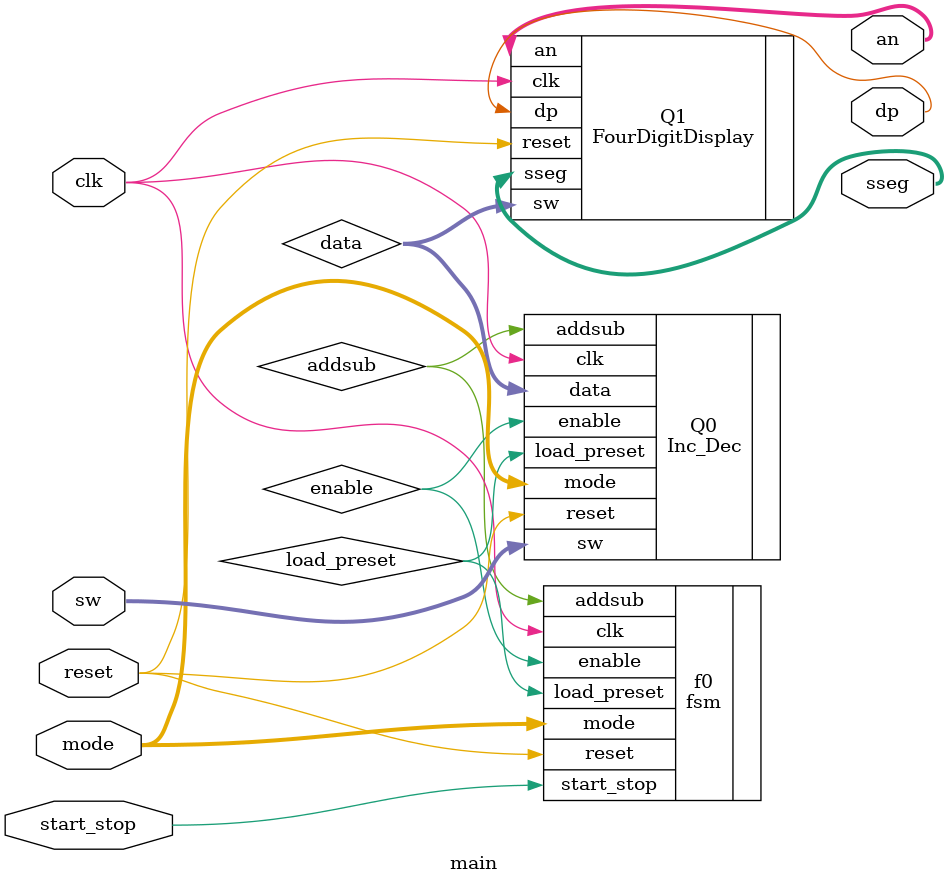
<source format=v>
`timescale 1ns / 1ps


module main( 
input clk,
input [1:0] mode, 
input [7:0] sw, 
input reset, 
input start_stop, 
output [3:0] an, 
output [6:0] sseg, 
output dp
    );    
     // fsm
    wire enable ; 
    wire addsub;
    wire load_preset;
    fsm f0 (.clk(clk), .mode(mode),. reset(reset), .start_stop(start_stop), .addsub(addsub),.enable(enable),.load_preset(load_preset));
    
    
    // inc/dec    
     wire [15:0] data;
     
     Inc_Dec Q0 (.clk(clk), .reset(reset),.enable(enable),.load_preset(load_preset), .addsub(addsub),.mode(mode), .sw(sw),.data(data));
     FourDigitDisplay Q1 ( .clk(clk), .reset(reset), .sw(data), .an(an), .sseg(sseg),.dp(dp));
    //display
endmodule





</source>
